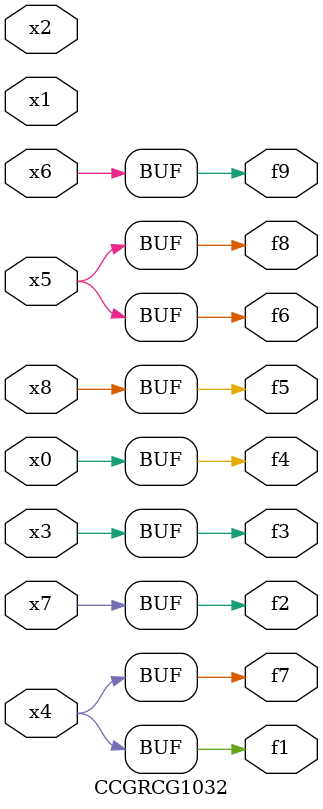
<source format=v>
module CCGRCG1032(
	input x0, x1, x2, x3, x4, x5, x6, x7, x8,
	output f1, f2, f3, f4, f5, f6, f7, f8, f9
);
	assign f1 = x4;
	assign f2 = x7;
	assign f3 = x3;
	assign f4 = x0;
	assign f5 = x8;
	assign f6 = x5;
	assign f7 = x4;
	assign f8 = x5;
	assign f9 = x6;
endmodule

</source>
